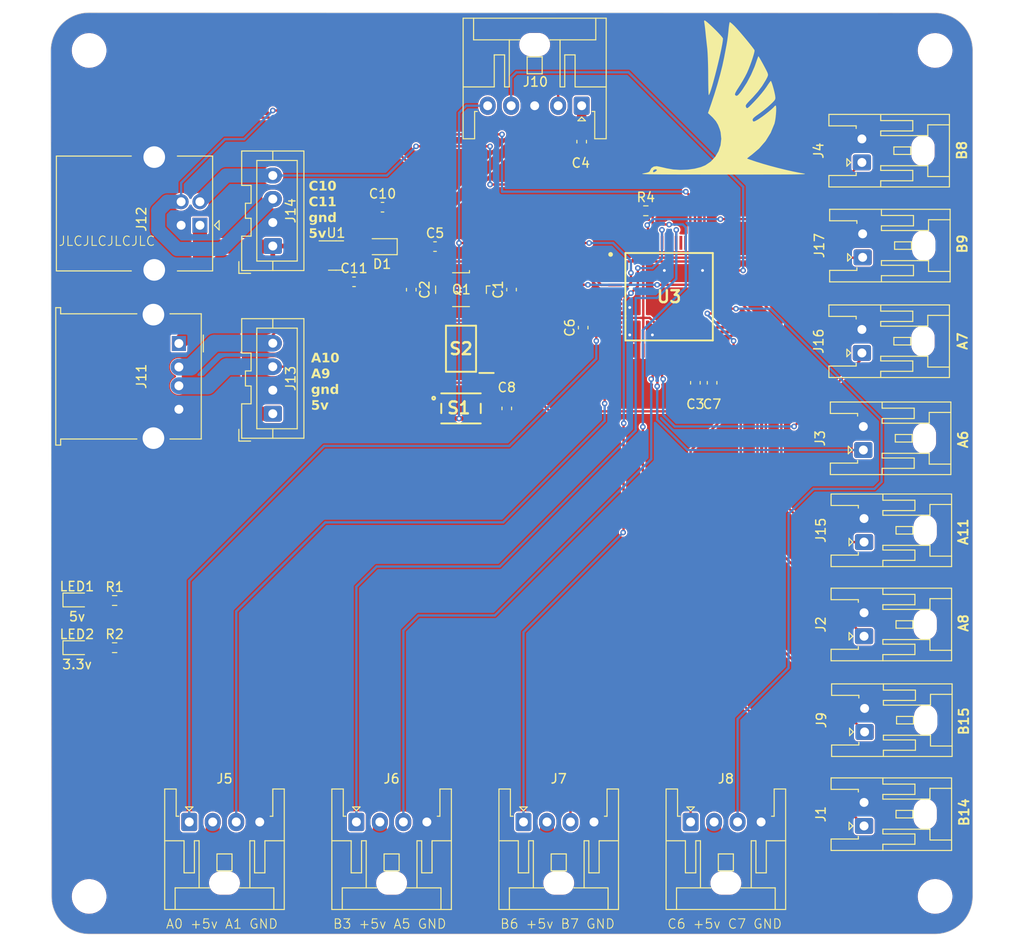
<source format=kicad_pcb>
(kicad_pcb (version 20221018) (generator pcbnew)
  (layers (0 "F.Cu" signal) (31 "B.Cu" signal) (34 "B.Paste" user) (35 "F.Paste" user) (36 "B.SilkS" user "B.Silkscreen") (37 "F.SilkS" user "F.Silkscreen") (38 "B.Mask" user) (39 "F.Mask" user) (44 "Edge.Cuts" user))
  (net 0 "")
  (net 1 "Net-(U3-PH0-OSC_IN)")
  (net 2 "Net-(U3-PH1-OSC_OUT)")
  (net 3 "GND")
  (net 4 "Net-(U3-VCAP_1)")
  (net 5 "+3.3V")
  (net 6 "nrst")
  (net 7 "swclk")
  (net 8 "swdio")
  (net 9 "Net-(U1-OUT)")
  (net 10 "B6")
  (net 11 "B7")
  (net 12 "B8")
  (net 13 "B9")
  (net 14 "Net-(U1-ADJ)")
  (net 15 "Net-(LED1-A)")
  (net 16 "Net-(LED2-A)")
  (net 17 "C6")
  (net 18 "C7")
  (net 19 "C8")
  (net 20 "C9")
  (net 21 "C10")
  (net 22 "C11")
  (net 23 "Net-(U3-BOOT0)")
  (net 24 "Net-(U3-PC3)")
  (net 25 "Net-(U3-PC2)")
  (net 26 "+5V")
  (net 27 "Net-(U3-PC1)")
  (net 28 "A9")
  (net 29 "A10")
  (net 30 "Net-(U3-PC0)")
  (net 34 "A0")
  (net 35 "A1")
  (net 36 "B15")
  (net 37 "B14")
  (net 39 "A8")
  (net 40 "A11")
  (net 41 "A6")
  (net 44 "A7")
  (net 45 "B3")
  (net 46 "A5")
  (net 50 "A2")
  (net 51 "A3")
  (net 52 "B0")
  (net 53 "B1")
  (net 58 "B2")
  (footprint "Diode_SMD:D_SOD-323" (layer "F.Cu") (at 141.1647 70.8762 180)
    (fp_text reference "D1")
    (fp_text value "BAT60JFILM")
  )
  (footprint "Capacitor_SMD:C_0603_1608Metric" (layer "F.Cu") (at 176.276 85.357 -90)
    (fp_text reference "C7")
    (fp_text value "0.1uF")
  )
  (footprint "Connector_JST:JST_XA_S04B-XASK-1_1x04_P2.50mm_Horizontal" (layer "F.Cu") (at 120.65 132.08)
    (fp_text reference "J5")
    (fp_text value "encoder")
  )
  (footprint "Connector_JST:JST_XA_S02B-XASK-1_1x02_P2.50mm_Horizontal" (layer "F.Cu") (at 192.5 122.5 90)
    (fp_text reference "J9")
    (fp_text value "LS")
  )
  (footprint "Crystal:Crystal_SMD_Abracon_ABM3B-4Pin_5.0x3.2mm" (layer "F.Cu") (at 149.563 75.451 180)
    (fp_text reference "Q1")
    (fp_text value "ABM3B-8.000MHZ-B2-T")
  )
  (footprint "Connector_JST:JST_XA_S02B-XASK-1_1x02_P2.50mm_Horizontal" (layer "F.Cu") (at 192.36718 92.508153 90)
    (fp_text reference "J3")
    (fp_text value "LS")
  )
  (footprint "Resistor_SMD:R_0603_1608Metric" (layer "F.Cu") (at 112.713 108.518)
    (fp_text reference "R1")
    (fp_text value "4.7k")
  )
  (footprint "Capacitor_SMD:C_0603_1608Metric" (layer "F.Cu") (at 154.94 75.44 90)
    (fp_text reference "C1")
    (fp_text value "22pF")
  )
  (footprint "MountingHole:MountingHole_3.2mm_M3" (layer "F.Cu") (at 110 140)
    (fp_text reference "REF**" hide)
    (fp_text value "MountingHole_3.2mm_M3")
  )
  (footprint "LED_SMD:LED_0603_1608Metric" (layer "F.Cu") (at 108.703 108.458)
    (fp_text reference "LED1")
    (fp_text value "5v")
  )
  (footprint "Connector_USB:USB_A_Molex_67643_Horizontal" (layer "F.Cu") (at 119.55 81.175 -90)
    (fp_text reference "J11")
    (fp_text value "USB_A")
  )
  (footprint "MountingHole:MountingHole_3.2mm_M3" (layer "F.Cu") (at 110 50)
    (fp_text reference "REF**" hide)
    (fp_text value "MountingHole_3.2mm_M3")
  )
  (footprint "Resistor_SMD:R_0603_1608Metric" (layer "F.Cu") (at 169.227 67.056)
    (fp_text reference "R4")
    (fp_text value "10k")
  )
  (footprint "Connector_JST:JST_XA_B04B-XASK-1_1x04_P2.50mm_Vertical" (layer "F.Cu") (at 129.54 70.805 90)
    (fp_text reference "J14")
    (fp_text value "Conn_01x04")
  )
  (footprint "Connector_JST:JST_XA_S02B-XASK-1_1x02_P2.50mm_Horizontal" (layer "F.Cu") (at 192.44367 112.319004 90)
    (fp_text reference "J2")
    (fp_text value "LS")
  )
  (footprint "MountingHole:MountingHole_3.2mm_M3" (layer "F.Cu") (at 200 140)
    (fp_text reference "REF**" hide)
    (fp_text value "MountingHole_3.2mm_M3")
  )
  (footprint "Connector_JST:JST_XA_S04B-XASK-1_1x04_P2.50mm_Horizontal" (layer "F.Cu") (at 173.99 132.08)
    (fp_text reference "J8")
    (fp_text value "encoder")
  )
  (footprint "Capacitor_SMD:C_0603_1608Metric" (layer "F.Cu") (at 162.4 59.703 -90)
    (fp_text reference "C4")
    (fp_text value "0.1uF")
  )
  (footprint "Connector_JST:JST_XA_S02B-XASK-1_1x02_P2.50mm_Horizontal" (layer "F.Cu") (at 192.214201 61.912244 90)
    (fp_text reference "J4")
    (fp_text value "LS")
  )
  (footprint "Library:sken" (layer "F.Cu") (at 177.604293 61.444813)
    (fp_text reference "G***" hide)
    (fp_text value "LOGO" hide)
  )
  (footprint "SamacSys:QFP50P1200X1200X160-64N" (layer "F.Cu") (at 171.704 76.2)
    (fp_text reference "U3")
    (fp_text value "STM32F446RCT7" hide)
  )
  (footprint "Capacitor_SMD:C_0603_1608Metric" (layer "F.Cu") (at 146.799 70.866)
    (fp_text reference "C5")
    (fp_text value "0.1uF")
  )
  (footprint "Connector_USB:USB_B_Lumberg_2411_02_Horizontal" (layer "F.Cu") (at 121.7875 68.595 180)
    (fp_text reference "J12")
    (fp_text value "USB_B")
  )
  (footprint "Package_TO_SOT_SMD:SOT-23-5" (layer "F.Cu") (at 136.2655 71.816)
    (fp_text reference "U1")
    (fp_text value "SPX3819M5-L")
  )
  (footprint "LED_SMD:LED_0603_1608Metric" (layer "F.Cu") (at 108.703 113.538)
    (fp_text reference "LED2")
    (fp_text value "3.3v")
  )
  (footprint "Connector_JST:JST_XA_S05B-XASK-1_1x05_P2.50mm_Horizontal" (layer "F.Cu") (at 162.4 55.88 180)
    (fp_text reference "J10")
    (fp_text value "stlink")
  )
  (footprint "Connector_JST:JST_XA_B04B-XASK-1_1x04_P2.50mm_Vertical" (layer "F.Cu") (at 129.54 88.645 90)
    (fp_text reference "J13")
    (fp_text value "Conn_01x04")
  )
  (footprint "Connector_JST:JST_XA_S02B-XASK-1_1x02_P2.50mm_Horizontal" (layer "F.Cu") (at 192.44367 102.298844 90)
    (fp_text reference "J15")
    (fp_text value "LS")
  )
  (footprint "MountingHole:MountingHole_3.2mm_M3" (layer "F.Cu") (at 200 50)
    (fp_text reference "REF**" hide)
    (fp_text value "MountingHole_3.2mm_M3")
  )
  (footprint "Connector_JST:JST_XA_S02B-XASK-1_1x02_P2.50mm_Horizontal" (layer "F.Cu") (at 192.44367 132.5 90)
    (fp_text reference "J1")
    (fp_text value "LS")
  )
  (footprint "SamacSys:SMT_4.2X3.2_" (layer "F.Cu") (at 149.563 88.081)
    (fp_text reference "S1")
    (fp_text value "SKRPACE010" hide)
  )
  (footprint "Connector_JST:JST_XA_S02B-XASK-1_1x02_P2.50mm_Horizontal" (layer "F.Cu") (at 192.214201 82.182034 90)
    (fp_text reference "J16")
    (fp_text value "LS")
  )
  (footprint "Connector_JST:JST_XA_S04B-XASK-1_1x04_P2.50mm_Horizontal" (layer "F.Cu") (at 138.43 132.08)
    (fp_text reference "J6")
    (fp_text value "encoder")
  )
  (footprint "SamacSys:NE555DR" (layer "F.Cu") (at 149.563 81.731 180)
    (fp_text reference "S2")
    (fp_text value "KHS42E" hide)
  )
  (footprint "Capacitor_SMD:C_0603_1608Metric" (layer "F.Cu") (at 144.272 75.451 -90)
    (fp_text reference "C2")
    (fp_text value "22pF")
  )
  (footprint "Capacitor_SMD:C_0603_1608Metric" (layer "F.Cu") (at 141.211 66.675)
    (fp_text reference "C10")
    (fp_text value "2.2uF")
  )
  (footprint "Capacitor_SMD:C_0603_1608Metric" (layer "F.Cu") (at 138.1835 74.61)
    (fp_text reference "C11")
    (fp_text value "4.7nF")
  )
  (footprint "Connector_JST:JST_XA_S02B-XASK-1_1x02_P2.50mm_Horizontal" (layer "F.Cu") (at 192.29069 72.008894 90)
    (fp_text reference "J17")
    (fp_text value "LS")
  )
  (footprint "Resistor_SMD:R_0603_1608Metric" (layer "F.Cu") (at 112.713 113.538)
    (fp_text reference "R2")
    (fp_text value "1k")
  )
  (footprint "Capacitor_SMD:C_0603_1608Metric" (layer "F.Cu") (at 154.432 88.081 90)
    (fp_text reference "C8")
    (fp_text value "0.1uF")
  )
  (footprint "Connector_JST:JST_XA_S04B-XASK-1_1x04_P2.50mm_Horizontal" (layer "F.Cu") (at 156.21 132.08)
    (fp_text reference "J7")
    (fp_text value "encoder")
  )
  (footprint "Capacitor_SMD:C_0603_1608Metric" (layer "F.Cu") (at 174.498 85.357 -90)
    (fp_text reference "C3")
    (fp_text value "4.7uF")
  )
  (footprint "Capacitor_SMD:C_0603_1608Metric" (layer "F.Cu") (at 162.56 79.489 90)
    (fp_text reference "C6")
    (fp_text value "0.1uF" hide)
  )
  (gr_line (start 105.918 50.038) (end 106 140) (stroke (width 0.05)) (layer "Edge.Cuts"))
  (gr_arc (start 200 46) (mid 202.828427 47.171573) (end 204 50) (stroke (width 0.05)) (layer "Edge.Cuts"))
  (gr_line (start 204 140) (end 204 50) (stroke (width 0.05)) (layer "Edge.Cuts"))
  (gr_arc (start 110 144) (mid 107.171573 142.828427) (end 106 140) (stroke (width 0.05)) (layer "Edge.Cuts"))
  (gr_arc (start 105.918 50.038) (mid 107.108318 47.164318) (end 109.982 45.974) (stroke (width 0.05)) (layer "Edge.Cuts"))
  (gr_arc (start 204 140) (mid 202.828427 142.828427) (end 200 144) (stroke (width 0.05)) (layer "Edge.Cuts"))
  (gr_line (start 200 46) (end 109.982 45.974) (stroke (width 0.05)) (layer "Edge.Cuts"))
  (gr_line (start 110 144) (end 200 144) (stroke (width 0.05)) (layer "Edge.Cuts"))
  (gr_text "A11" (at 203.579417 102.723656 90) (layer "F.SilkS") (effects (font (size 1 1) (thickness 0.2) bold) (justify left bottom)))
  (gr_text "B9" (at 203.48919 71.684793 90) (layer "F.SilkS") (effects (font (size 1 1) (thickness 0.2) bold) (justify left bottom)))
  (gr_text "A10\nA9\ngnd\n5v" (at 133.604 88.392) (layer "F.SilkS") (effects (font (size 1 1) (thickness 0.1)) (justify left bottom)))
  (gr_text "A7" (at 203.513641 81.953931 90) (layer "F.SilkS") (effects (font (size 1 1) (thickness 0.2) bold) (justify left bottom)))
  (gr_text "B6 +5v B7 GND" (at 153.67 143.51) (layer "F.SilkS") (effects (font (size 1 1) (thickness 0.1)) (justify left bottom)))
  (gr_text "B3 +5v A5 GND" (at 135.89 143.51) (layer "F.SilkS") (effects (font (size 1 1) (thickness 0.1)) (justify left bottom)))
  (gr_text "B14" (at 203.679682 132.63115 90) (layer "F.SilkS") (effects (font (size 1 1) (thickness 0.2) bold) (justify left bottom)))
  (gr_text "C10\nC11\ngnd\n5v" (at 133.35 70.104) (layer "F.SilkS") (effects (font (size 1 1) (thickness 0.1)) (justify left bottom)))
  (gr_text "JLCJLCJLCJLC" (at 106.68 70.866) (layer "F.SilkS") (effects (font (size 1 1) (thickness 0.1)) (justify left bottom)))
  (gr_text "C6 +5v C7 GND" (at 171.45 143.51) (layer "F.SilkS") (effects (font (size 1 1) (thickness 0.1)) (justify left bottom)))
  (gr_text "A6" (at 203.562541 92.418671 90) (layer "F.SilkS") (effects (font (size 1 1) (thickness 0.2) bold) (justify left bottom)))
  (gr_text "A0 +5v A1 GND" (at 118.11 143.51) (layer "F.SilkS") (effects (font (size 1 1) (thickness 0.1)) (justify left bottom)))
  (gr_text "A8" (at 203.606331 111.946172 90) (layer "F.SilkS") (effects (font (size 1 1) (thickness 0.2) bold) (justify left bottom)))
  (gr_text "B15" (at 203.643006 122.94882 90) (layer "F.SilkS") (effects (font (size 1 1) (thickness 0.2) bold) (justify left bottom)))
  (gr_text "B8" (at 203.44029 61.733509 90) (layer "F.SilkS") (effects (font (size 1 1) (thickness 0.2) bold) (justify left bottom)))
  (segment (start 155.945 73.66) (end 154.94 74.665) (width 0.25) (layer "F.Cu") (net 1))
  (segment (start 153.924 74.676) (end 153.935 74.665) (width 1) (layer "F.Cu") (net 1))
  (segment (start 153.499 74.251) (end 153.924 74.676) (width 1) (layer "F.Cu") (net 1))
  (segment (start 163.83 73.66) (end 155.945 73.66) (width 0.25) (layer "F.Cu") (net 1))
  (segment (start 153.935 74.665) (end 154.94 74.665) (width 1) (layer "F.Cu") (net 1))
  (segment (start 151.563 74.251) (end 153.499 74.251) (width 1) (layer "F.Cu") (net 1))
  (segment (start 165.966 74.45) (end 164.62 74.45) (width 0.25) (layer "F.Cu") (net 1))
  (segment (start 164.62 74.45) (end 163.83 73.66) (width 0.25) (layer "F.Cu") (net 1))
  (segment (start 164.485 74.95) (end 163.83 74.295) (width 0.25) (layer "F.Cu") (net 2))
  (segment (start 165.966 74.95) (end 164.485 74.95) (width 0.25) (layer "F.Cu") (net 2))
  (segment (start 163.83 74.295) (end 156.845 74.295) (width 0.25) (layer "F.Cu") (net 2))
  (segment (start 145.568 76.226) (end 145.993 76.651) (width 1) (layer "F.Cu") (net 2))
  (segment (start 155.6524 75.4876) (end 148.7264 75.4876) (width 0.25) (layer "F.Cu") (net 2))
  (segment (start 144.272 76.226) (end 145.568 76.226) (width 1) (layer "F.Cu") (net 2))
  (segment (start 145.993 76.651) (end 147.563 76.651) (width 1) (layer "F.Cu") (net 2))
  (segment (start 156.845 74.295) (end 155.6524 75.4876) (width 0.25) (layer "F.Cu") (net 2))
  (segment (start 148.7264 75.4876) (end 147.563 76.651) (width 0.25) (layer "F.Cu") (net 2))
  (segment (start 168.454 70.462) (end 168.454 67.108) (width 0.25) (layer "F.Cu") (net 3))
  (segment (start 168.454 67.108) (end 168.402 67.056) (width 0.25) (layer "F.Cu") (net 3))
  (via (at 167.513 80.264) (size 0.6) (drill 0.3) (layers "F.Cu" "B.Cu") (net 3))
  (via (at 169.926 80.264) (size 0.6) (drill 0.3) (layers "F.Cu" "B.Cu") (net 3))
  (via (at 175.26 73.406) (size 0.6) (drill 0.3) (layers "F.Cu" "B.Cu") (net 3))
  (via (at 171.196 73.406) (size 0.6) (drill 0.3) (layers "F.Cu" "B.Cu") (net 3))
  (via (at 167.513 77.343) (size 0.6) (drill 0.3) (layers "F.Cu" "B.Cu") (net 3))
  (segment (start 174.498 84.582) (end 174.454 84.538) (width 0.25) (layer "F.Cu") (net 4))
  (segment (start 174.454 84.538) (end 174.454 81.938) (width 0.25) (layer "F.Cu") (net 4))
  (segment (start 146.0551 68.8391) (end 145.5471 69.3471) (width 1) (layer "F.Cu") (net 5))
  (segment (start 146.0138 70.8762) (end 146.024 70.866) (width 1) (layer "F.Cu") (net 5))
  (segment (start 144.018 70.8762) (end 146.0138 70.8762) (width 1) (layer "F.Cu") (net 5))
  (segment (start 113.03 111.76) (end 107.95 111.76) (width 0.25) (layer "F.Cu") (net 5))
  (segment (start 145.5471 69.3471) (end 145.2931 69.6011) (width 1) (layer "F.Cu") (net 5))
  (segment (start 146.024 64.02425) (end 146.024 70.866) (width 0.25) (layer "F.Cu") (net 5))
  (segment (start 146.05 70.892) (end 146.024 70.866) (width 0.25) (layer "F.Cu") (net 5))
  (segment (start 146.11 72.45) (end 146.05 72.39) (width 0.25) (layer "F.Cu") (net 5))
  (segment (start 165.966 72.45) (end 146.11 72.45) (width 0.25) (layer "F.Cu") (net 5))
  (segment (start 139.14975 57.15) (end 146.024 64.02425) (width 0.25) (layer "F.Cu") (net 5))
  (segment (start 146.024 69.824) (end 146.024 68.8702) (width 0.25) (layer "F.Cu") (net 5))
  (segment (start 165.966 72.45) (end 167.64 72.45) (width 0.25) (layer "F.Cu") (net 5))
  (segment (start 155.956 58.928) (end 151.638 63.246) (width 1) (layer "F.Cu") (net 5))
  (segment (start 162.56 80.01) (end 162.56 80.264) (width 0.25) (layer "F.Cu") (net 5))
  (segment (start 168.954 72.494) (end 168.91 72.45) (width 0.25) (layer "F.Cu") (net 5))
  (segment (start 146.4361 68.4581) (end 146.0551 68.8391) (width 1) (layer "F.Cu") (net 5))
  (segment (start 174.4683 80.01) (end 175.454 80.9957) (width 0.25) (layer "F.Cu") (net 5))
  (segment (start 106.15 60.22) (end 109.22 57.15) (width 0.25) (layer "F.Cu") (net 5))
  (segment (start 171.196 80.01) (end 174.4683 80.01) (width 0.25) (layer "F.Cu") (net 5))
  (segment (start 145.2931 70.1351) (end 145.6042 69.824) (width 1) (layer "F.Cu") (net 5))
  (segment (start 145.2931 69.6011) (end 145.2931 70.1351) (width 1) (layer "F.Cu") (net 5))
  (segment (start 106.15 109.96) (end 106.15 60.22) (width 0.25) (layer "F.Cu") (net 5))
  (segment (start 144.018 70.8762) (end 146.0551 68.8391) (width 1) (layer "F.Cu") (net 5))
  (segment (start 113.538 112.268) (end 113.03 111.76) (width 0.25) (layer "F.Cu") (net 5))
  (segment (start 145.5471 69.3471) (end 146.024 69.824) (width 0.25) (layer "F.Cu") (net 5))
  (segment (start 146.05 72.39) (end 146.05 70.892) (width 0.25) (layer "F.Cu") (net 5))
  (segment (start 162.4 55.88) (end 162.4 58.928) (width 1) (layer "F.Cu") (net 5))
  (segment (start 167.954 72.136) (end 168.268 72.45) (width 0.25) (layer "F.Cu") (net 5))
  (segment (start 146.024 68.8702) (end 146.024 70.866) (width 1) (layer "F.Cu") (net 5))
  (segment (start 145.2931 70.1351) (end 146.024 70.866) (width 1) (layer "F.Cu") (net 5))
  (segment (start 151.638 63.246) (end 151.638 63.2562) (width 1) (layer "F.Cu") (net 5))
  (segment (start 175.454 81.938) (end 175.454 82.744) (width 0.25) (layer "F.Cu") (net 5))
  (segment (start 164.247 78.45) (end 165.966 78.45) (width 0.25) (layer "F.Cu") (net 5))
  (segment (start 162.56 80.137) (end 164.247 78.45) (width 0.25) (layer "F.Cu") (net 5))
  (segment (start 109.22 57.15) (end 139.14975 57.15) (width 0.25) (layer "F.Cu") (net 5))
  (segment (start 145.6042 69.824) (end 146.024 69.824) (width 1) (layer "F.Cu") (net 5))
  (segment (start 162.56 80.264) (end 162.56 80.137) (width 0.25) (layer "F.Cu") (net 5))
  (segment (start 169.636 78.45) (end 171.196 80.01) (width 0.25) (layer "F.Cu") (net 5))
  (segment (start 113.538 113.538) (end 113.538 112.268) (width 0.25) (layer "F.Cu") (net 5))
  (segment (start 175.454 80.9957) (end 175.454 81.938) (width 0.25) (layer "F.Cu") (net 5))
  (segment (start 167.954 70.462) (end 167.954 72.136) (width 0.25) (layer "F.Cu") (net 5))
  (segment (start 146.024 68.8702) (end 146.0551 68.8391) (width 0.25) (layer "F.Cu") (net 5))
  (segment (start 146.024 70.866) (end 146.024 69.824) (width 0.25) (layer "F.Cu") (net 5))
  (segment (start 168.91 72.45) (end 177.442 72.45) (width 0.25) (layer "F.Cu") (net 5))
  (segment (start 175.454 82.744) (end 176.276 83.566) (width 0.25) (layer "F.Cu") (net 5))
  (segment (start 167.64 72.45) (end 167.954 72.136) (width 0.25) (layer "F.Cu") (net 5))
  (segment (start 162.4 58.928) (end 155.956 58.928) (width 1) (layer "F.Cu") (net 5))
  (segment (start 146.4361 68.4581) (end 146.024 68.8702) (width 1) (layer "F.Cu") (net 5))
  (segment (start 165.966 78.45) (end 169.636 78.45) (width 0.25) (layer "F.Cu") (net 5))
  (segment (start 151.638 63.2562) (end 146.4361 68.4581) (width 1) (layer "F.Cu") (net 5))
  (segment (start 168.268 72.45) (end 168.91 72.45) (width 0.25) (layer "F.Cu") (net 5))
  (segment (start 142.3047 70.8762) (end 144.018 70.8762) (width 1) (layer "F.Cu") (net 5))
  (segment (start 168.954 81.938) (end 168.954 72.494) (width 0.25) (layer "F.Cu") (net 5))
  (segment (start 107.95 111.76) (end 106.15 109.96) (width 0.25) (layer "F.Cu") (net 5))
  (segment (start 176.276 83.566) (end 176.276 84.582) (width 0.25) (layer "F.Cu") (net 5))
  (segment (start 145.2931 69.6011) (end 144.018 70.8762) (width 1) (layer "F.Cu") (net 5))
  (segment (start 167.64 72.45) (end 168.91 72.45) (width 0.25) (layer "F.Cu") (net 5))
  (segment (start 163.195 70.485) (end 149.352 70.485) (width 0.25) (layer "F.Cu") (net 6))
  (segment (start 167.64 73.66) (end 167.64 74.7183) (width 0.25) (layer "F.Cu") (net 6))
  (segment (start 166.9083 75.45) (end 165.966 75.45) (width 0.25) (layer "F.Cu") (net 6))
  (segment (start 167.64 74.7183) (end 166.9083 75.45) (width 0.25) (layer "F.Cu") (net 6))
  (segment (start 149.352 89.156) (end 154.132 89.156) (width 0.5) (layer "F.Cu") (net 6))
  (segment (start 147.488 89.156) (end 149.352 89.156) (width 0.5) (layer "F.Cu") (net 6))
  (segment (start 154.132 89.156) (end 154.432 88.856) (width 0.5) (layer "F.Cu") (net 6))
  (via (at 163.195 70.485) (size 0.6) (drill 0.3) (layers "F.Cu" "B.Cu") (net 6))
  (via (at 149.352 89.156) (size 0.6) (drill 0.3) (layers "F.Cu" "B.Cu") (net 6))
  (via (at 167.64 73.66) (size 0.6) (drill 0.3) (layers "F.Cu" "B.Cu") (net 6))
  (via (at 149.352 70.485) (size 0.6) (drill 0.3) (layers "F.Cu" "B.Cu") (net 6))
  (segment (start 150.114 55.88) (end 149.352 56.642) (width 0.25) (layer "B.Cu") (net 6))
  (segment (start 149.352 70.485) (end 149.352 89.156) (width 0.25) (layer "B.Cu") (net 6))
  (segment (start 167.64 72.39) (end 165.735 70.485) (width 0.25) (layer "B.Cu") (net 6))
  (segment (start 152.4 55.88) (end 150.114 55.88) (width 0.25) (layer "B.Cu") (net 6))
  (segment (start 165.735 70.485) (end 163.195 70.485) (width 0.25) (layer "B.Cu") (net 6))
  (segment (start 167.64 73.66) (end 167.64 72.39) (width 0.25) (layer "B.Cu") (net 6))
  (segment (start 149.352 56.642) (end 149.352 70.485) (width 0.25) (layer "B.Cu") (net 6))
  (segment (start 160.02 53.086) (end 166.116 53.086) (width 0.25) (layer "F.Cu") (net 7))
  (segment (start 175.454 62.424) (end 175.454 70.462) (width 0.25) (layer "F.Cu") (net 7))
  (segment (start 159.9 53.206) (end 160.02 53.086) (width 0.25) (layer "F.Cu") (net 7))
  (segment (start 159.9 55.88) (end 159.9 53.206) (width 0.25) (layer "F.Cu") (net 7))
  (segment (start 166.116 53.086) (end 175.454 62.424) (width 0.25) (layer "F.Cu") (net 7))
  (segment (start 177.486 73.406) (end 177.442 73.45) (width 0.25) (layer "F.Cu") (net 8))
  (segment (start 179.578 73.406) (end 177.486 73.406) (width 0.25) (layer "F.Cu") (net 8))
  (via (at 179.578 73.406) (size 0.6) (drill 0.3) (layers "F.Cu" "B.Cu") (net 8))
  (segment (start 154.9 55.88) (end 154.9 52.872) (width 0.25) (layer "B.Cu") (net 8))
  (segment (start 155.448 52.324) (end 167.386 52.324) (width 0.25) (layer "B.Cu") (net 8))
  (segment (start 154.9 52.872) (end 155.448 52.324) (width 0.25) (layer "B.Cu") (net 8))
  (segment (start 167.386 52.324) (end 179.578 64.516) (width 0.25) (layer "B.Cu") (net 8))
  (segment (start 179.578 64.516) (end 179.578 73.406) (width 0.25) (layer "B.Cu") (net 8))
  (segment (start 137.403 70.866) (end 140.0145 70.866) (width 1) (layer "F.Cu") (net 9))
  (segment (start 140.436 70.4649) (end 140.0247 70.8762) (width 1) (layer "F.Cu") (net 9))
  (segment (start 140.0145 70.866) (end 140.0247 70.8762) (width 1) (layer "F.Cu") (net 9))
  (segment (start 140.436 66.675) (end 140.436 70.4649) (width 1) (layer "F.Cu") (net 9))
  (segment (start 167.64 75.819) (end 168.3771 75.0819) (width 0.25) (layer "F.Cu") (net 10))
  (segment (start 166.8566 101.2404) (end 166.8566 89.6834) (width 0.25) (layer "F.Cu") (net 10))
  (segment (start 168.3771 75.0819) (end 168.3771 73.152) (width 0.25) (layer "F.Cu") (net 10))
  (segment (start 170.942 69.088) (end 170.954 69.1) (width 0.25) (layer "F.Cu") (net 10))
  (segment (start 166.8145 101.2825) (end 166.8566 101.2404) (width 0.25) (layer "F.Cu") (net 10))
  (segment (start 166.8566 89.6834) (end 166.878 89.662) (width 0.25) (layer "F.Cu") (net 10))
  (segment (start 170.954 69.1) (end 170.954 70.462) (width 0.25) (layer "F.Cu") (net 10))
  (via (at 170.942 69.088) (size 0.6) (drill 0.3) (layers "F.Cu" "B.Cu") (net 10))
  (via (at 166.878 89.662) (size 0.6) (drill 0.3) (layers "F.Cu" "B.Cu") (net 10))
  (via (at 167.64 75.819) (size 0.6) (drill 0.3) (layers "F.Cu" "B.Cu") (net 10))
  (via (at 168.3771 73.152) (size 0.6) (drill 0.3) (layers "F.Cu" "B.Cu") (net 10))
  (via (at 166.8145 101.2825) (size 0.6) (drill 0.3) (layers "F.Cu" "B.Cu") (net 10))
  (segment (start 166.878 89.662) (end 166.878 76.581) (width 0.25) (layer "B.Cu") (net 10))
  (segment (start 170.942 69.088) (end 170.942 72.136) (width 0.25) (layer "B.Cu") (net 10))
  (segment (start 166.8145 101.2825) (end 156.21 111.887) (width 0.25) (layer "B.Cu") (net 10))
  (segment (start 166.878 76.581) (end 167.64 75.819) (width 0.25) (layer "B.Cu") (net 10))
  (segment (start 170.942 72.136) (end 169.926 73.152) (width 0.25) (layer "B.Cu") (net 10))
  (segment (start 169.926 73.152) (end 168.3771 73.152) (width 0.25) (layer "B.Cu") (net 10))
  (segment (start 156.21 111.887) (end 156.21 132.08) (width 0.25) (layer "B.Cu") (net 10))
  (segment (start 161.21 115.850416) (end 168.91 108.150416) (width 0.25) (layer "F.Cu") (net 11))
  (segment (start 161.21 132.08) (end 161.21 115.850416) (width 0.25) (layer "F.Cu") (net 11))
  (segment (start 170.3646 68.848833) (end 170.3646 69.327167) (width 0.25) (layer "F.Cu") (net 11))
  (segment (start 168.91 90.805) (end 168.91 90.043) (width 0.25) (layer "F.Cu") (net 11))
  (segment (start 168.91 108.150416) (end 168.91 90.805) (width 0.25) (layer "F.Cu") (net 11))
  (segment (start 170.702833 68.5106) (end 170.3646 68.848833) (width 0.25) (layer "F.Cu") (net 11))
  (segment (start 170.3646 69.327167) (end 170.454 69.416567) (width 0.25) (layer "F.Cu") (net 11))
  (segment (start 170.454 69.416567) (end 170.454 70.462) (width 0.25) (layer "F.Cu") (net 11))
  (segment (start 171.704 68.5219) (end 171.6927 68.5106) (width 0.25) (layer "F.Cu") (net 11))
  (segment (start 171.6927 68.5106) (end 170.702833 68.5106) (width 0.25) (layer "F.Cu") (net 11))
  (via (at 171.704 68.5219) (size 0.6) (drill 0.3) (layers "F.Cu" "B.Cu") (net 11))
  (via (at 168.91 90.043) (size 0.6) (drill 0.3) (layers "F.Cu" "B.Cu") (net 11))
  (segment (start 168.91 90.043) (end 168.91 79.756) (width 0.25) (layer "B.Cu") (net 11))
  (segment (start 173.1586 68.5106) (end 171.7153 68.5106) (width 0.25) (layer "B.Cu") (net 11))
  (segment (start 173.482 75.184) (end 173.482 68.834) (width 0.25) (layer "B.Cu") (net 11))
  (segment (start 171.7153 68.5106) (end 171.704 68.5219) (width 0.25) (layer "B.Cu") (net 11))
  (segment (start 173.482 68.834) (end 173.1586 68.5106) (width 0.25) (layer "B.Cu") (net 11))
  (segment (start 171.958 76.708) (end 173.482 75.184) (width 0.25) (layer "B.Cu") (net 11))
  (segment (start 168.91 79.756) (end 171.958 76.708) (width 0.25) (layer "B.Cu") (net 11))
  (segment (start 169.3771 68.58) (end 169.454 68.6569) (width 0.25) (layer "F.Cu") (net 12))
  (segment (start 192.214201 61.912244) (end 186.181445 67.945) (width 0.25) (layer "F.Cu") (net 12))
  (segment (start 186.181445 67.945) (end 177.165 67.945) (width 0.25) (layer "F.Cu") (net 12))
  (segment (start 169.454 68.6569) (end 169.454 70.462) (width 0.25) (layer "F.Cu") (net 12))
  (via (at 177.165 67.945) (size 0.6) (drill 0.3) (layers "F.Cu" "B.Cu") (net 12))
  (via (at 169.3771 68.58) (size 0.6) (drill 0.3) (layers "F.Cu" "B.Cu") (net 12))
  (segment (start 170.0121 67.945) (end 177.165 67.945) (width 0.25) (layer "B.Cu") (net 12))
  (segment (start 169.3771 68.58) (end 170.0121 67.945) (width 0.25) (layer "B.Cu") (net 12))
  (segment (start 169.2026 72.0476) (end 168.954 71.799) (width 0.25) (layer "F.Cu") (net 13))
  (segment (start 192.251984 72.0476) (end 178.4819 72.0476) (width 0.25) (layer "F.Cu") (net 13))
  (segment (start 176.4271 72.0476) (end 169.2026 72.0476) (width 0.25) (layer "F.Cu") (net 13))
  (segment (start 168.954 71.799) (end 168.954 70.462) (width 0.25) (layer "F.Cu") (net 13))
  (segment (start 176.4521 72.0226) (end 176.4271 72.0476) (width 0.25) (layer "F.Cu") (net 13))
  (segment (start 192.29069 72.008894) (end 192.251984 72.0476) (width 0.25) (layer "F.Cu") (net 13))
  (segment (start 178.4569 72.0226) (end 176.4521 72.0226) (width 0.25) (layer "F.Cu") (net 13))
  (segment (start 178.4819 72.0476) (end 178.4569 72.0226) (width 0.25) (layer "F.Cu") (net 13))
  (segment (start 137.4085 72.7715) (end 137.403 72.766) (width 1) (layer "F.Cu") (net 14))
  (segment (start 137.4085 74.61) (end 137.4085 72.7715) (width 1) (layer "F.Cu") (net 14))
  (segment (start 109.4905 108.458) (end 111.828 108.458) (width 1) (layer "F.Cu") (net 15))
  (segment (start 111.828 108.458) (end 111.888 108.518) (width 1) (layer "F.Cu") (net 15))
  (segment (start 109.4905 113.538) (end 111.888 113.538) (width 1) (layer "F.Cu") (net 16))
  (segment (start 178.562 80.899) (end 178.562 88.011) (width 0.25) (layer "F.Cu") (net 17))
  (segment (start 178.562 88.011) (end 173.99 92.583) (width 0.25) (layer "F.Cu") (net 17))
  (segment (start 175.768 77.978) (end 177.414 77.978) (width 0.25) (layer "F.Cu") (net 17))
  (segment (start 177.414 77.978) (end 177.442 77.95) (width 0.25) (layer "F.Cu") (net 17))
  (segment (start 173.99 92.583) (end 173.99 132.08) (width 0.25) (layer "F.Cu") (net 17))
  (via (at 175.768 77.978) (size 0.6) (drill 0.3) (layers "F.Cu" "B.Cu") (net 17))
  (via (at 178.562 80.899) (size 0.6) (drill 0.3) (layers "F.Cu" "B.Cu") (net 17))
  (segment (start 175.768 77.978) (end 175.768 78.105) (width 0.25) (layer "B.Cu") (net 17))
  (segment (start 175.768 78.105) (end 178.562 80.899) (width 0.25) (layer "B.Cu") (net 17))
  (segment (start 178.816 77.47) (end 177.462 77.47) (width 0.25) (layer "F.Cu") (net 18))
  (segment (start 177.462 77.47) (end 177.442 77.45) (width 0.25) (layer "F.Cu") (net 18))
  (via (at 178.816 77.47) (size 0.6) (drill 0.3) (layers "F.Cu" "B.Cu") (net 18))
  (segment (start 178.99 121.111) (end 184.4084 115.6926) (width 0.25) (layer "B.Cu") (net 18))
  (segment (start 182.47 77.47) (end 178.816 77.47) (width 0.25) (layer "B.Cu") (net 18))
  (segment (start 184.4084 99.3096) (end 187.071 96.647) (width 0.25) (layer "B.Cu") (net 18))
  (segment (start 178.99 132.08) (end 178.99 121.111) (width 0.25) (layer "B.Cu") (net 18))
  (segment (start 194.31 95.885) (end 194.31 89.31) (width 0.25) (layer "B.Cu") (net 18))
  (segment (start 194.31 89.31) (end 182.47 77.47) (width 0.25) (layer "B.Cu") (net 18))
  (segment (start 184.4084 115.6926) (end 184.4084 99.3096) (width 0.25) (layer "B.Cu") (net 18))
  (segment (start 193.548 96.647) (end 194.31 95.885) (width 0.25) (layer "B.Cu") (net 18))
  (segment (start 187.071 96.647) (end 193.548 96.647) (width 0.25) (layer "B.Cu") (net 18))
  (segment (start 174.454 64.98) (end 173.736 64.262) (width 0.25) (layer "F.Cu") (net 21))
  (segment (start 173.736 64.262) (end 152.654 64.262) (width 0.25) (layer "F.Cu") (net 21))
  (segment (start 152.654 60.198) (end 144.78 60.198) (width 0.25) (layer "F.Cu") (net 21))
  (segment (start 174.454 70.462) (end 174.454 64.98) (width 0.25) (layer "F.Cu") (net 21))
  (via (at 152.654 60.198) (size 0.6) (drill 0.3) (layers "F.Cu" "B.Cu") (net 21))
  (via (at 144.78 60.198) (size 0.6) (drill 0.3) (layers "F.Cu" "B.Cu") (net 21))
  (via (at 152.654 64.262) (size 0.6) (drill 0.3) (layers "F.Cu" "B.Cu") (net 21))
  (segment (start 152.654 60.198) (end 152.654 64.262) (width 0.25) (layer "B.Cu") (net 21))
  (segment (start 141.673 63.305) (end 129.54 63.305) (width 0.25) (layer "B.Cu") (net 21))
  (segment (start 144.78 60.198) (end 141.673 63.305) (width 0.25) (layer "B.Cu") (net 21))
  (segment (start 121.7875 66.095) (end 124.5775 63.305) (width 1.5) (layer "B.Cu") (net 21))
  (segment (start 124.5775 63.305) (end 129.54 63.305) (width 1.5) (layer "B.Cu") (net 21))
  (segment (start 142.494 58.928) (end 153.924 58.928) (width 0.25) (layer "F.Cu") (net 22))
  (segment (start 173.954 70.462) (end 173.954 65.496) (width 0.25) (layer "F.Cu") (net 22))
  (segment (start 139.954 56.388) (end 142.494 58.928) (width 0.25) (layer "F.Cu") (net 22))
  (segment (start 129.54 56.388) (end 139.954 56.388) (width 0.25) (layer "F.Cu") (net 22))
  (segment (start 173.954 65.496) (end 173.482 65.024) (width 0.25) (layer "F.Cu") (net 22))
  (via (at 173.482 65.024) (size 0.6) (drill 0.3) (layers "F.Cu" "B.Cu") (net 22))
  (via (at 129.54 56.388) (size 0.6) (drill 0.3) (layers "F.Cu" "B.Cu") (net 22))
  (via (at 153.924 58.928) (size 0.6) (drill 0.3) (layers "F.Cu" "B.Cu") (net 22))
  (segment (start 117.348 69.088) (end 119.38 71.12) (width 1.5) (layer "B.Cu") (net 22))
  (segment (start 126.492 59.436) (end 124.43725 59.436) (width 0.25) (layer "B.Cu") (net 22))
  (segment (start 117.348 67.056) (end 117.348 69.088) (width 1.5) (layer "B.Cu") (net 22))
  (segment (start 129.436732 65.805) (end 129.54 65.805) (width 1.5) (layer "B.Cu") (net 22))
  (segment (start 124.121732 71.12) (end 129.436732 65.805) (width 1.5) (layer "B.Cu") (net 22))
  (segment (start 153.924 58.928) (end 153.924 65.024) (width 0.25) (layer "B.Cu") (net 22))
  (segment (start 119.7875 66.095) (end 118.309 66.095) (width 1.5) (layer "B.Cu") (net 22))
  (segment (start 118.309 66.095) (end 117.348 67.056) (width 1.5) (layer "B.Cu") (net 22))
  (segment (start 153.924 65.024) (end 173.482 65.024) (width 0.25) (layer "B.Cu") (net 22))
  (segment (start 129.54 56.388) (end 126.492 59.436) (width 0.25) (layer "B.Cu") (net 22))
  (segment (start 119.38 71.12) (end 124.121732 71.12) (width 1.5) (layer "B.Cu") (net 22))
  (segment (start 124.43725 59.436) (end 119.7875 64.08575) (width 0.25) (layer "B.Cu") (net 22))
  (segment (start 119.7875 64.08575) (end 119.7875 66.095) (width 0.25) (layer "B.Cu") (net 22))
  (segment (start 170.052 67.056) (end 169.954 67.154) (width 0.25) (layer "F.Cu") (net 23))
  (segment (start 170.052 67.564) (end 170.052 67.056) (width 0.25) (layer "F.Cu") (net 23))
  (segment (start 169.954 67.154) (end 169.954 70.462) (width 0.25) (layer "F.Cu") (net 23))
  (segment (start 158.77 77.45) (end 152.584 83.636) (width 0.25) (layer "F.Cu") (net 24))
  (segment (start 165.966 77.45) (end 158.77 77.45) (width 0.25) (layer "F.Cu") (net 24))
  (segment (start 152.584 83.636) (end 152.038 83.636) (width 0.25) (layer "F.Cu") (net 24))
  (segment (start 153.092 82.366) (end 152.038 82.366) (width 0.25) (layer "F.Cu") (net 25))
  (segment (start 158.508 76.95) (end 153.092 82.366) (width 0.25) (layer "F.Cu") (net 25))
  (segment (start 165.966 76.95) (end 158.508 76.95) (width 0.25) (layer "F.Cu") (net 25))
  (segment (start 140.589 135.128) (end 123.317 135.128) (width 1.5) (layer "F.Cu") (net 26))
  (segment (start 123.15 132.08) (end 123.15 134.961) (width 1.5) (layer "F.Cu") (net 26))
  (segment (start 129.479 70.866) (end 129.54 70.805) (width 1.5) (layer "F.Cu") (net 26))
  (segment (start 175.917 135.128) (end 159.385 135.128) (width 1.5) (layer "F.Cu") (net 26))
  (segment (start 140.93 132.08) (end 140.93 134.787) (width 1.5) (layer "F.Cu") (net 26))
  (segment (start 127 70.866) (end 129.479 70.866) (width 1.5) (layer "F.Cu") (net 26))
  (segment (start 117.9824 108.518) (end 118.0424 108.458) (width 1.5) (layer "F.Cu") (net 26))
  (segment (start 113.538 108.518) (end 117.9824 108.518) (width 1.5) (layer "F.Cu") (net 26))
  (segment (start 129.54 70.805) (end 129.54 72.136) (width 0.5) (layer "F.Cu") (net 26))
  (segment (start 121.7875 72.2685) (end 123.19 70.866) (width 1.5) (layer "F.Cu") (net 26))
  (segment (start 158.71 132.08) (end 158.71 134.453) (width 1.5) (layer "F.Cu") (net 26))
  (segment (start 121.7875 68.595) (end 121.7875 70.866) (width 1.5) (layer "F.Cu") (net 26))
  (segment (start 129.54 72.136) (end 130.17 72.766) (width 0.5) (layer "F.Cu") (net 26))
  (segment (start 140.93 134.787) (end 140.589 135.128) (width 1.5) (layer "F.Cu") (net 26))
  (segment (start 120.142 135.128) (end 118.0424 133.0284) (width 1.5) (layer "F.Cu") (net 26))
  (segment (start 127 87.63) (end 128.015 88.645) (width 1.5) (layer "F.Cu") (net 26))
  (segment (start 118.0424 133.0284) (end 118.0424 108.458) (width 1.5) (layer "F.Cu") (net 26))
  (segment (start 123.15 134.961) (end 123.317 135.128) (width 1.5) (layer "F.Cu") (net 26))
  (segment (start 128.015 88.645) (end 129.54 88.645) (width 1.5) (layer "F.Cu") (net 26))
  (segment (start 135.067 70.805) (end 135.128 70.866) (width 0.5) (layer "F.Cu") (net 26))
  (segment (start 121.7875 73.66) (end 121.7875 78.9375) (width 1.5) (layer "F.Cu") (net 26))
  (segment (start 129.54 70.805) (end 135.067 70.805) (width 0.5) (layer "F.Cu") (net 26))
  (segment (start 159.385 135.128) (end 140.589 135.128) (width 1.5) (layer "F.Cu") (net 26))
  (segment (start 121.7875 73.66) (end 121.7875 72.2685) (width 1.5) (layer "F.Cu") (net 26))
  (segment (start 121.7875 78.9375) (end 119.55 81.175) (width 1.5) (layer "F.Cu") (net 26))
  (segment (start 176.49 132.08) (end 176.49 134.555) (width 1.5) (layer "F.Cu") (net 26))
  (segment (start 123.19 70.866) (end 127 70.866) (width 1.5) (layer "F.Cu") (net 26))
  (segment (start 118.0424 108.518) (end 118.0424 98.6176) (width 0.25) (layer "F.Cu") (net 26))
  (segment (start 121.7875 70.866) (end 123.19 70.866) (width 1.5) (layer "F.Cu") (net 26))
  (segment (start 158.71 134.453) (end 159.385 135.128) (width 1.5) (layer "F.Cu") (net 26))
  (segment (start 176.49 134.555) (end 175.917 135.128) (width 1.5) (layer "F.Cu") (net 26))
  (segment (start 121.7875 70.866) (end 121.7875 73.66) (width 1.5) (layer "F.Cu") (net 26))
  (segment (start 118.0424 98.6176) (end 128.015 88.645) (width 1.5) (layer "F.Cu") (net 26))
  (segment (start 130.17 72.766) (end 135.128 72.766) (width 0.5) (layer "F.Cu") (net 26))
  (segment (start 124.714 135.128) (end 120.142 135.128) (width 1.5) (layer "F.Cu") (net 26))
  (segment (start 127 70.866) (end 127 87.63) (width 1.5) (layer "F.Cu") (net 26))
  (segment (start 118.0424 108.458) (end 118.0424 98.6176) (width 1.5) (layer "F.Cu") (net 26))
  (segment (start 153.6 81.096) (end 158.246 76.45) (width 0.25) (layer "F.Cu") (net 27))
  (segment (start 152.038 81.096) (end 153.6 81.096) (width 0.25) (layer "F.Cu") (net 27))
  (segment (start 158.246 76.45) (end 165.966 76.45) (width 0.25) (layer "F.Cu") (net 27))
  (segment (start 130.889 83.645) (end 129.54 83.645) (width 0.25) (layer "F.Cu") (net 28))
  (segment (start 175.502 75.45) (end 175.006 75.946) (width 0.25) (layer "F.Cu") (net 28))
  (segment (start 132.588 85.344) (end 130.889 83.645) (width 0.25) (layer "F.Cu") (net 28))
  (segment (start 177.673 86.741) (end 176.022 88.392) (width 0.25) (layer "F.Cu") (net 28))
  (segment (start 155.956 85.344) (end 132.588 85.344) (width 0.25) (layer "F.Cu") (net 28))
  (segment (start 176.022 88.392) (end 159.004 88.392) (width 0.25) (layer "F.Cu") (net 28))
  (segment (start 175.006 75.946) (end 175.006 78.994) (width 0.25) (layer "F.Cu") (net 28))
  (segment (start 177.442 75.45) (end 175.502 75.45) (width 0.25) (layer "F.Cu") (net 28))
  (segment (start 175.006 78.994) (end 177.673 81.661) (width 0.25) (layer "F.Cu") (net 28))
  (segment (start 177.673 81.661) (end 177.673 86.741) (width 0.25) (layer "F.Cu") (net 28))
  (segment (start 159.004 88.392) (end 155.956 85.344) (width 0.25) (layer "F.Cu") (net 28))
  (segment (start 122.605 85.675) (end 119.55 85.675) (width 1.8) (layer "B.Cu") (net 28))
  (segment (start 124.635 83.645) (end 122.605 85.675) (width 1.8) (layer "B.Cu") (net 28))
  (segment (start 129.54 83.645) (end 124.635 83.645) (width 1.8) (layer "B.Cu") (net 28))
  (segment (start 153.924 78.74) (end 131.064 78.74) (width 0.25) (layer "F.Cu") (net 29))
  (segment (start 129.54 80.264) (end 129.54 81.145) (width 0.25) (layer "F.Cu") (net 29))
  (segment (start 177.442 74.95) (end 176.4545 74.95) (width 0.25) (layer "F.Cu") (net 29))
  (segment (start 157.734 74.93) (end 153.924 78.74) (width 0.25) (layer "F.Cu") (net 29))
  (segment (start 163.068 74.93) (end 157.734 74.93) (width 0.25) (layer "F.Cu") (net 29))
  (segment (start 131.064 78.74) (end 129.54 80.264) (width 0.25) (layer "F.Cu") (net 29))
  (segment (start 176.4345 74.93) (end 170.434 74.93) (width 0.25) (layer "F.Cu") (net 29))
  (segment (start 176.4545 74.95) (end 176.4345 74.93) (width 0.25) (layer "F.Cu") (net 29))
  (via (at 163.068 74.93) (size 0.6) (drill 0.3) (layers "F.Cu" "B.Cu") (net 29))
  (via (at 170.434 74.93) (size 0.6) (drill 0.3) (layers "F.Cu" "B.Cu") (net 29))
  (segment (start 119.55 83.675) (end 120.795 83.675) (width 1.8) (layer "B.Cu") (net 29))
  (segment (start 123.325 81.145) (end 129.54 81.145) (width 1.8) (layer "B.Cu") (net 29))
  (segment (start 162.814 74.93) (end 163.068 74.93) (width 0.25) (layer "B.Cu") (net 29))
  (segment (start 120.795 83.675) (end 123.325 81.145) (width 1.8) (layer "B.Cu") (net 29))
  (segment (start 170.434 74.93) (end 163.068 74.93) (width 0.25) (layer "B.Cu") (net 29))
  (segment (start 154.108 79.826) (end 157.984 75.95) (width 0.25) (layer "F.Cu") (net 30))
  (segment (start 157.984 75.95) (end 165.966 75.95) (width 0.25) (layer "F.Cu") (net 30))
  (segment (start 152.038 79.826) (end 154.108 79.826) (width 0.25) (layer "F.Cu") (net 30))
  (segment (start 163.957 79.502) (end 163.957 80.899) (width 0.25) (layer "F.Cu") (net 34))
  (segment (start 164.509 78.95) (end 163.957 79.502) (width 0.25) (layer "F.Cu") (net 34))
  (segment (start 165.966 78.95) (end 164.509 78.95) (width 0.25) (layer "F.Cu") (net 34))
  (via (at 163.957 80.899) (size 0.6) (drill 0.3) (layers "F.Cu" "B.Cu") (net 34))
  (segment (start 154.686 92.075) (end 135.001 92.075) (width 0.25) (layer "B.Cu") (net 34))
  (segment (start 120.65 106.426) (end 120.65 132.08) (width 0.25) (layer "B.Cu") (net 34))
  (segment (start 163.957 80.899) (end 163.957 82.804) (width 0.25) (layer "B.Cu") (net 34))
  (segment (start 135.001 92.075) (end 120.65 106.426) (width 0.25) (layer "B.Cu") (net 34))
  (segment (start 163.957 82.804) (end 154.686 92.075) (width 0.25) (layer "B.Cu") (net 34))
  (segment (start 164.846 79.502) (end 164.846 87.5611) (width 0.25) (layer "F.Cu") (net 35))
  (segment (start 165.966 79.45) (end 164.898 79.45) (width 0.25) (layer "F.Cu") (net 35))
  (segment (start 164.898 79.45) (end 164.846 79.502) (width 0.25) (layer "F.Cu") (net 35))
  (via (at 164.846 87.5611) (size 0.6) (drill 0.3) (layers "F.Cu" "B.Cu") (net 35))
  (segment (start 164.846 89.408) (end 154.051 100.203) (width 0.25) (layer "B.Cu") (net 35))
  (segment (start 125.65 109.681) (end 125.65 132.08) (width 0.25) (layer "B.Cu") (net 35))
  (segment (start 135.128 100.203) (end 125.65 109.681) (width 0.25) (layer "B.Cu") (net 35))
  (segment (start 154.051 100.203) (end 135.128 100.203) (width 0.25) (layer "B.Cu") (net 35))
  (segment (start 164.846 87.5611) (end 164.846 89.408) (width 0.25) (layer "B.Cu") (net 35))
  (segment (start 181.102 111.102) (end 181.102 79.883) (width 0.25) (layer "F.Cu") (net 36))
  (segment (start 192.5 122.5) (end 181.102 111.102) (width 0.25) (layer "F.Cu") (net 36))
  (segment (start 179.669 78.45) (end 177.442 78.45) (width 0.25) (layer "F.Cu") (net 36))
  (segment (start 181.102 79.883) (end 179.669 78.45) (width 0.25) (layer "F.Cu") (net 36))
  (segment (start 179.324 119.38033) (end 192.44367 132.5) (width 0.25) (layer "F.Cu") (net 37))
  (segment (start 177.442 78.95) (end 179.026 78.95) (width 0.25) (layer "F.Cu") (net 37))
  (segment (start 179.026 78.95) (end 179.324 79.248) (width 0.25) (layer "F.Cu") (net 37))
  (segment (start 179.324 79.248) (end 179.324 119.38033) (width 0.25) (layer "F.Cu") (net 37))
  (segment (start 178.4295 75.95) (end 177.442 75.95) (width 0.25) (layer "F.Cu") (net 39))
  (segment (start 192.44367 112.319004) (end 181.991 101.866334) (width 0.25) (layer "F.Cu") (net 39))
  (segment (start 181.991 79.5115) (end 178.4295 75.95) (width 0.25) (layer "F.Cu") (net 39))
  (segment (start 181.991 101.866334) (end 181.991 79.5115) (width 0.25) (layer "F.Cu") (net 39))
  (segment (start 188.023844 102.298844) (end 183.642 97.917) (width 0.25) (layer "F.Cu") (net 40))
  (segment (start 192.44367 102.298844) (end 188.023844 102.298844) (width 0.25) (layer "F.Cu") (net 40))
  (segment (start 183.642 78.867) (end 179.225 74.45) (width 0.25) (layer "F.Cu") (net 40))
  (segment (start 183.642 97.917) (end 183.642 78.867) (width 0.25) (layer "F.Cu") (net 40))
  (segment (start 179.225 74.45) (end 177.442 74.45) (width 0.25) (layer "F.Cu") (net 40))
  (segment (start 170.454 85.705) (end 170.454 81.938) (width 0.25) (layer "F.Cu") (net 41))
  (segment (start 170.434 85.725) (end 170.454 85.705) (width 0.25) (layer "F.Cu") (net 41))
  (via (at 170.434 85.725) (size 0.6) (drill 0.3) (layers "F.Cu" "B.Cu") (net 41))
  (segment (start 192.36718 92.508153) (end 173.661153 92.508153) (width 0.25) (layer "B.Cu") (net 41))
  (segment (start 173.661153 92.508153) (end 170.434 89.281) (width 0.25) (layer "B.Cu") (net 41))
  (segment (start 170.434 89.281) (end 170.434 85.725) (width 0.25) (layer "B.Cu") (net 41))
  (segment (start 170.954 84.848) (end 170.954 81.938) (width 0.25) (layer "F.Cu") (net 44))
  (segment (start 185 90) (end 192.214201 82.785799) (width 0.25) (layer "F.Cu") (net 44))
  (segment (start 192.214201 82.785799) (end 192.214201 82.182034) (width 0.25) (layer "F.Cu") (net 44))
  (segment (start 171.069 84.963) (end 170.954 84.848) (width 0.25) (layer "F.Cu") (net 44))
  (via (at 171.069 84.963) (size 0.6) (drill 0.3) (layers "F.Cu" "B.Cu") (net 44))
  (via (at 185 90) (size 0.6) (drill 0.3) (layers "F.Cu" "B.Cu") (net 44))
  (segment (start 171.069 84.963) (end 171.069 88.773) (width 0.25) (layer "B.Cu") (net 44))
  (segment (start 171.069 88.773) (end 171.236 88.94) (width 0.25) (layer "B.Cu") (net 44))
  (segment (start 172.296 90) (end 185 90) (width 0.25) (layer "B.Cu") (net 44))
  (segment (start 171.236 88.94) (end 172.296 90) (width 0.25) (layer "B.Cu") (net 44))
  (segment (start 172.466 69.088) (end 172.466 70.45) (width 0.25) (layer "F.Cu") (net 45))
  (segment (start 172.466 70.45) (end 172.454 70.462) (width 0.25) (layer "F.Cu") (net 45))
  (via (at 172.466 69.088) (size 0.6) (drill 0.3) (layers "F.Cu" "B.Cu") (net 45))
  (segment (start 172.466 74.295) (end 170.434 76.327) (width 0.25) (layer "B.Cu") (net 45))
  (segment (start 138.43 107.061) (end 138.43 132.08) (width 0.25) (layer "B.Cu") (net 45))
  (segment (start 153.67 104.902) (end 140.589 104.902) (width 0.25) (layer "B.Cu") (net 45))
  (segment (start 172.466 69.088) (end 172.466 74.295) (width 0.25) (layer "B.Cu") (net 45))
  (segment (start 168.148 76.327) (end 168.148 90.424) (width 0.25) (layer "B.Cu") (net 45))
  (segment (start 168.148 90.424) (end 153.67 104.902) (width 0.25) (layer "B.Cu") (net 45))
  (segment (start 140.589 104.902) (end 138.43 107.061) (width 0.25) (layer "B.Cu") (net 45))
  (segment (start 170.434 76.327) (end 168.148 76.327) (width 0.25) (layer "B.Cu") (net 45))
  (segment (start 169.799 84.963) (end 169.954 84.808) (width 0.25) (layer "F.Cu") (net 46))
  (segment (start 169.954 84.808) (end 169.954 81.938) (width 0.25) (layer "F.Cu") (net 46))
  (via (at 169.799 84.963) (size 0.6) (drill 0.3) (layers "F.Cu" "B.Cu") (net 46))
  (segment (start 143.43 111.713) (end 143.43 132.08) (width 0.25) (layer "B.Cu") (net 46))
  (segment (start 145.034 110.109) (end 143.43 111.713) (width 0.25) (layer "B.Cu") (net 46))
  (segment (start 153.162 110.109) (end 145.034 110.109) (width 0.25) (layer "B.Cu") (net 46))
  (segment (start 169.799 84.963) (end 169.799 93.472) (width 0.25) (layer "B.Cu") (net 46))
  (segment (start 169.799 93.472) (end 153.162 110.109) (width 0.25) (layer "B.Cu") (net 46))
  (segment (start 165.966 79.95) (end 166.056 79.95) (width 0.25) (layer "F.Cu") (net 50))
  (zone (net 3) (net_name "GND") (layers "F&B.Cu") (connect_pads yes (clearance 0.000001)) (min_thickness 0.25) (fill yes (thermal_gap 0.5) (thermal_bridge_width 0.5))
    (polygon (pts (xy 105.41 45.593) (xy 205.74 45.72) (xy 205.74 144.78) (xy 101.6 144.78) (xy 101.473 45.72) (xy 101.473 45.593)))
  )
)
</source>
